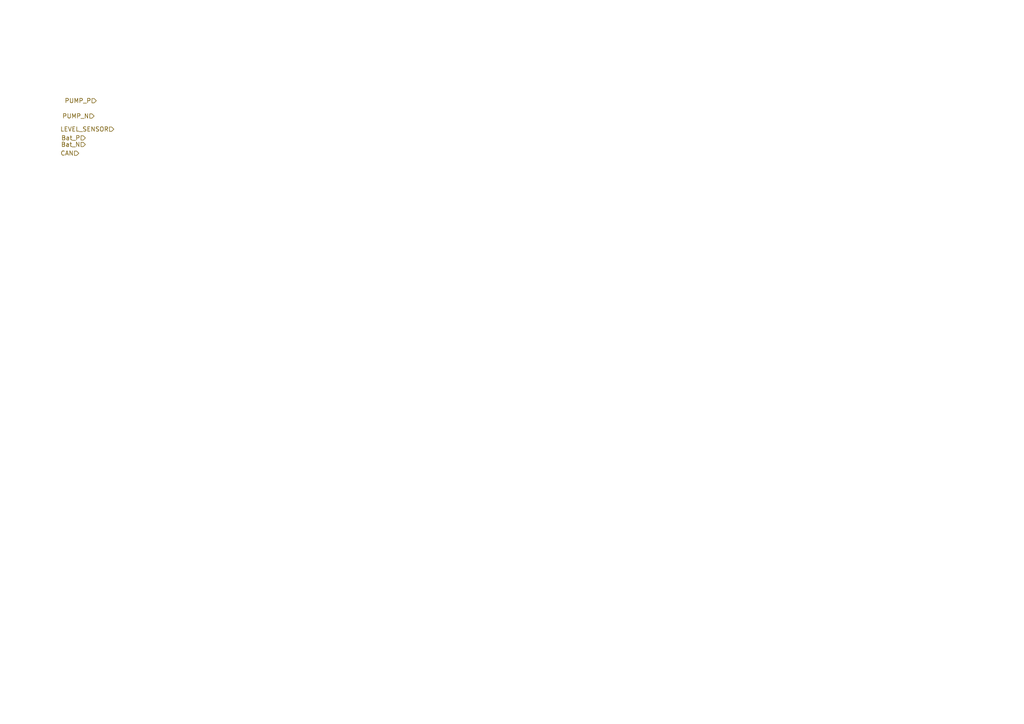
<source format=kicad_sch>
(kicad_sch (version 20211123) (generator eeschema)
  (paper "A4")
  (lib_symbols)
  (hierarchical_label "CAN" (shape input) (at 22.86 44.45 180))
  (hierarchical_label "PUMP_N" (shape input) (at 27.305 33.655 180))
  (hierarchical_label "Bat_N" (shape input) (at 24.765 41.91 180))
  (hierarchical_label "LEVEL_SENSOR" (shape input) (at 33.02 37.465 180))
  (hierarchical_label "PUMP_P" (shape input) (at 27.94 29.21 180))
  (hierarchical_label "Bat_P" (shape input) (at 24.765 40.005 180))
)
</source>
